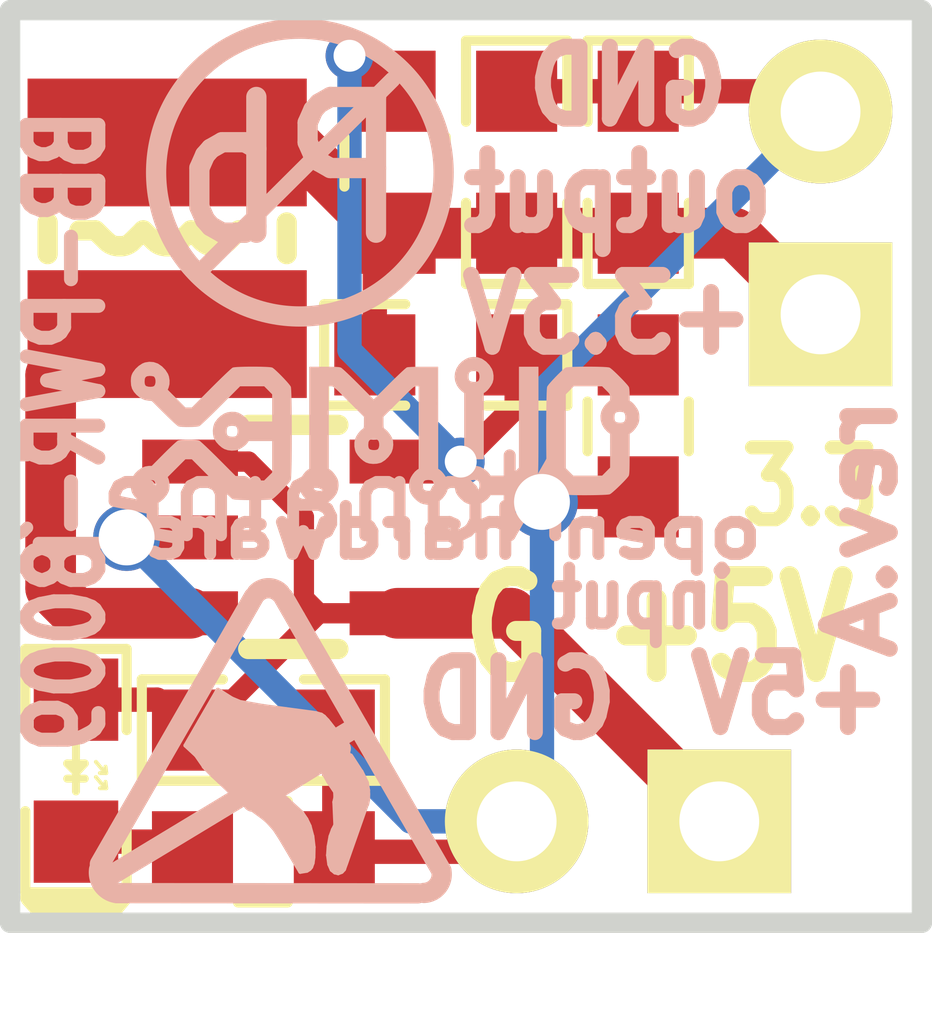
<source format=kicad_pcb>
(kicad_pcb (version 20171130) (host pcbnew "(5.1.12)-1")

  (general
    (thickness 1.6)
    (drawings 15)
    (tracks 59)
    (zones 0)
    (modules 17)
    (nets 7)
  )

  (page A4)
  (layers
    (0 F.Cu signal)
    (31 B.Cu signal)
    (32 B.Adhes user)
    (33 F.Adhes user)
    (34 B.Paste user)
    (35 F.Paste user)
    (36 B.SilkS user hide)
    (37 F.SilkS user)
    (38 B.Mask user)
    (39 F.Mask user)
    (40 Dwgs.User user)
    (41 Cmts.User user)
    (42 Eco1.User user)
    (43 Eco2.User user)
    (44 Edge.Cuts user)
    (45 Margin user)
    (46 B.CrtYd user)
    (47 F.CrtYd user)
    (48 B.Fab user)
    (49 F.Fab user)
  )

  (setup
    (last_trace_width 0.3048)
    (trace_clearance 0.2)
    (zone_clearance 0.508)
    (zone_45_only no)
    (trace_min 0.2)
    (via_size 0.6)
    (via_drill 0.4)
    (via_min_size 0.4)
    (via_min_drill 0.3)
    (uvia_size 0.3)
    (uvia_drill 0.1)
    (uvias_allowed no)
    (uvia_min_size 0)
    (uvia_min_drill 0)
    (edge_width 0.254)
    (segment_width 0.2)
    (pcb_text_width 0.3)
    (pcb_text_size 1.5 1.5)
    (mod_edge_width 0.15)
    (mod_text_size 1 1)
    (mod_text_width 0.15)
    (pad_size 0.9 0.9)
    (pad_drill 0.7)
    (pad_to_mask_clearance 0.1)
    (solder_mask_min_width 0.1)
    (aux_axis_origin 0 0)
    (visible_elements 7FFFFFFF)
    (pcbplotparams
      (layerselection 0x00000_80000001)
      (usegerberextensions false)
      (usegerberattributes true)
      (usegerberadvancedattributes true)
      (creategerberjobfile true)
      (excludeedgelayer true)
      (linewidth 0.100000)
      (plotframeref false)
      (viasonmask false)
      (mode 1)
      (useauxorigin false)
      (hpglpennumber 1)
      (hpglpenspeed 20)
      (hpglpendiameter 15.000000)
      (psnegative false)
      (psa4output false)
      (plotreference false)
      (plotvalue false)
      (plotinvisibletext false)
      (padsonsilk false)
      (subtractmaskfromsilk false)
      (outputformat 1)
      (mirror false)
      (drillshape 0)
      (scaleselection 1)
      (outputdirectory ""))
  )

  (net 0 "")
  (net 1 "Net-(C1-Pad1)")
  (net 2 GND)
  (net 3 "Net-(C2-Pad1)")
  (net 4 "Net-(C2-Pad2)")
  (net 5 "Net-(L1-Pad1)")
  (net 6 "Net-(D1-Pad1)")

  (net_class Default "This is the default net class."
    (clearance 0.2)
    (trace_width 0.3048)
    (via_dia 0.6)
    (via_drill 0.4)
    (uvia_dia 0.3)
    (uvia_drill 0.1)
    (add_net GND)
    (add_net "Net-(C1-Pad1)")
    (add_net "Net-(C2-Pad1)")
    (add_net "Net-(C2-Pad2)")
    (add_net "Net-(D1-Pad1)")
    (add_net "Net-(L1-Pad1)")
  )

  (module OLIMEX_Jumpers-FP:HN1x2_Jumper (layer F.Cu) (tedit 55714090) (tstamp 55701DF4)
    (at 25.4 21.59 90)
    (descr SIP4)
    (tags SIP4)
    (path /5570147E)
    (fp_text reference P2 (at -0.127 2.794 90) (layer F.SilkS) hide
      (effects (font (size 1 1) (thickness 0.25)))
    )
    (fp_text value HN1x2 (at 0.4064 2.7686 90) (layer F.Fab) hide
      (effects (font (size 1.1 1.1) (thickness 0.254)))
    )
    (pad 1 thru_hole rect (at -1.27 0 180) (size 1.8 1.8) (drill 1) (layers *.Cu *.Mask F.SilkS)
      (net 3 "Net-(C2-Pad1)") (solder_mask_margin 0.0508) (solder_paste_margin -0.0508))
    (pad 2 thru_hole circle (at 1.27 0 180) (size 1.8 1.8) (drill 1) (layers *.Cu *.Mask F.SilkS)
      (net 2 GND) (solder_mask_margin 0.0508) (solder_paste_margin -0.0508))
    (model Housings_SIP/SIP9_Housing.wrl
      (at (xyz 0 0 0))
      (scale (xyz 0.3937 0.3937 0.3937))
      (rotate (xyz 0 0 0))
    )
  )

  (module OLIMEX_Jumpers-FP:HN1x2_Jumper (layer F.Cu) (tedit 55714083) (tstamp 55701DEE)
    (at 22.86 29.21 180)
    (descr SIP4)
    (tags SIP4)
    (path /55700F41)
    (fp_text reference P1 (at 0 -2.54 180) (layer F.SilkS) hide
      (effects (font (size 1 1) (thickness 0.25)))
    )
    (fp_text value HN1x2 (at 0.4064 2.7686 180) (layer F.Fab) hide
      (effects (font (size 1.1 1.1) (thickness 0.254)))
    )
    (pad 1 thru_hole rect (at -1.27 0 270) (size 1.8 1.8) (drill 1) (layers *.Cu *.Mask F.SilkS)
      (net 1 "Net-(C1-Pad1)") (solder_mask_margin 0.0508) (solder_paste_margin -0.0508))
    (pad 2 thru_hole circle (at 1.27 0 270) (size 1.8 1.8) (drill 1) (layers *.Cu *.Mask F.SilkS)
      (net 2 GND) (solder_mask_margin 0.0508) (solder_paste_margin -0.0508))
    (model Housings_SIP/SIP9_Housing.wrl
      (at (xyz 0 0 0))
      (scale (xyz 0.3937 0.3937 0.3937))
      (rotate (xyz 0 0 0))
    )
  )

  (module OLIMEX_LEDs-FP:LED_0603_KA (layer F.Cu) (tedit 55702A34) (tstamp 557081AD)
    (at 16.0655 28.575 270)
    (descr CCCCC)
    (tags "resistor 0603")
    (path /557024F3)
    (attr smd)
    (fp_text reference D1 (at 0 1.905 270) (layer F.SilkS) hide
      (effects (font (size 1.1 1.1) (thickness 0.254)))
    )
    (fp_text value LED_RED_0603 (at 0 3.048 270) (layer F.Fab) hide
      (effects (font (size 1 1) (thickness 0.15)))
    )
    (fp_line (start 1.6129 -0.4445) (end 1.6129 0.3556) (layer F.SilkS) (width 0.254))
    (fp_line (start 1.7399 -0.4191) (end 1.7399 0.4064) (layer F.SilkS) (width 0.254))
    (fp_line (start 1.5875 0.5715) (end 1.7272 0.4445) (layer F.SilkS) (width 0.254))
    (fp_line (start 1.5875 -0.5715) (end 1.7399 -0.4445) (layer F.SilkS) (width 0.254))
    (fp_line (start 0.08 -0.25) (end 0.21 -0.36) (layer F.SilkS) (width 0.05))
    (fp_line (start 0.22 -0.38) (end 0.14 -0.37) (layer F.SilkS) (width 0.05))
    (fp_line (start 0.22 -0.38) (end 0.22 -0.3) (layer F.SilkS) (width 0.05))
    (fp_line (start 0.03 -0.38) (end 0.03 -0.3) (layer F.SilkS) (width 0.05))
    (fp_line (start 0.03 -0.38) (end -0.05 -0.37) (layer F.SilkS) (width 0.05))
    (fp_line (start -0.11 -0.25) (end 0.02 -0.36) (layer F.SilkS) (width 0.05))
    (fp_line (start 0.1 -0.11) (end 0.1 0.11) (layer F.SilkS) (width 0.1))
    (fp_line (start -0.09 0.11) (end 0.01 0.01) (layer F.SilkS) (width 0.1))
    (fp_line (start -0.09 -0.11) (end 0.02 -0.01) (layer F.SilkS) (width 0.1))
    (fp_line (start -0.09 -0.11) (end -0.09 0.11) (layer F.SilkS) (width 0.1))
    (fp_line (start -0.32 0) (end 0.26 0) (layer F.SilkS) (width 0.1))
    (fp_line (start 0.508 -0.635) (end 1.524 -0.635) (layer F.SilkS) (width 0.127))
    (fp_line (start 1.524 -0.635) (end 1.524 0.635) (layer F.SilkS) (width 0.127))
    (fp_line (start 1.524 0.635) (end 0.508 0.635) (layer F.SilkS) (width 0.127))
    (fp_line (start -1.524 -0.635) (end -1.524 0.635) (layer F.SilkS) (width 0.127))
    (fp_line (start -1.524 0.635) (end -0.508 0.635) (layer F.SilkS) (width 0.127))
    (fp_line (start -1.524 -0.635) (end -0.508 -0.635) (layer F.SilkS) (width 0.127))
    (pad 2 smd rect (at -0.889 0 270) (size 1.03 1.06) (layers F.Cu F.Paste F.Mask)
      (net 1 "Net-(C1-Pad1)"))
    (pad 1 smd rect (at 0.889 0 270) (size 1.03 1.06) (layers F.Cu F.Paste F.Mask)
      (net 6 "Net-(D1-Pad1)"))
    (model Resistors_SMD/R_0603.wrl
      (at (xyz 0 0 0))
      (scale (xyz 1 1 1))
      (rotate (xyz 0 0 0))
    )
  )

  (module kicad_wrk:C_0603 (layer F.Cu) (tedit 559A1B55) (tstamp 55701DD0)
    (at 18.415 28.067)
    (descr "Resistor SMD 0603, reflow soldering, Vishay (see dcrcw.pdf)")
    (tags "resistor 0603")
    (path /55700F73)
    (attr smd)
    (fp_text reference C1 (at -0.1778 0) (layer F.SilkS) hide
      (effects (font (size 1 1) (thickness 0.15)))
    )
    (fp_text value 22uF/6.3V (at -0.127 3.175) (layer F.SilkS) hide
      (effects (font (size 1 1) (thickness 0.15)))
    )
    (fp_line (start 0.508 -0.635) (end 1.524 -0.635) (layer F.SilkS) (width 0.127))
    (fp_line (start 1.524 -0.635) (end 1.524 0.635) (layer F.SilkS) (width 0.127))
    (fp_line (start 1.524 0.635) (end 0.508 0.635) (layer F.SilkS) (width 0.127))
    (fp_line (start -1.524 -0.635) (end -1.524 0.635) (layer F.SilkS) (width 0.127))
    (fp_line (start -1.524 0.635) (end -0.508 0.635) (layer F.SilkS) (width 0.127))
    (fp_line (start -1.524 -0.635) (end -0.508 -0.635) (layer F.SilkS) (width 0.127))
    (pad 1 smd rect (at -0.889 0) (size 1.016 1.016) (layers F.Cu F.Paste F.Mask)
      (net 1 "Net-(C1-Pad1)"))
    (pad 2 smd rect (at 0.889 0) (size 1.016 1.016) (layers F.Cu F.Paste F.Mask)
      (net 2 GND))
    (model Resistors_SMD/R_0603.wrl
      (at (xyz 0 0 0))
      (scale (xyz 1 1 1))
      (rotate (xyz 0 0 0))
    )
  )

  (module kicad_wrk:C_0603 (layer F.Cu) (tedit 559A1B85) (tstamp 55701DD6)
    (at 20.701 23.368)
    (descr "Resistor SMD 0603, reflow soldering, Vishay (see dcrcw.pdf)")
    (tags "resistor 0603")
    (path /5570121E)
    (attr smd)
    (fp_text reference C2 (at -0.1778 0.0508) (layer F.SilkS) hide
      (effects (font (size 1 1) (thickness 0.15)))
    )
    (fp_text value 22pF (at 4.445 -5.715) (layer F.SilkS) hide
      (effects (font (size 1 1) (thickness 0.15)))
    )
    (fp_line (start 0.508 -0.635) (end 1.524 -0.635) (layer F.SilkS) (width 0.127))
    (fp_line (start 1.524 -0.635) (end 1.524 0.635) (layer F.SilkS) (width 0.127))
    (fp_line (start 1.524 0.635) (end 0.508 0.635) (layer F.SilkS) (width 0.127))
    (fp_line (start -1.524 -0.635) (end -1.524 0.635) (layer F.SilkS) (width 0.127))
    (fp_line (start -1.524 0.635) (end -0.508 0.635) (layer F.SilkS) (width 0.127))
    (fp_line (start -1.524 -0.635) (end -0.508 -0.635) (layer F.SilkS) (width 0.127))
    (pad 1 smd rect (at -0.889 0) (size 1.016 1.016) (layers F.Cu F.Paste F.Mask)
      (net 3 "Net-(C2-Pad1)"))
    (pad 2 smd rect (at 0.889 0) (size 1.016 1.016) (layers F.Cu F.Paste F.Mask)
      (net 4 "Net-(C2-Pad2)"))
    (model Resistors_SMD/R_0603.wrl
      (at (xyz 0 0 0))
      (scale (xyz 1 1 1))
      (rotate (xyz 0 0 0))
    )
  )

  (module kicad_wrk:C_0603 (layer F.Cu) (tedit 559A1B82) (tstamp 55701DDC)
    (at 23.114 20.955 90)
    (descr "Resistor SMD 0603, reflow soldering, Vishay (see dcrcw.pdf)")
    (tags "resistor 0603")
    (path /557012A8)
    (attr smd)
    (fp_text reference C3 (at 2.9972 0.1016 90) (layer F.SilkS) hide
      (effects (font (size 1 1) (thickness 0.15)))
    )
    (fp_text value 22uF/6.3V (at -0.254 13.081 90) (layer F.SilkS) hide
      (effects (font (size 1 1) (thickness 0.15)))
    )
    (fp_line (start 0.508 -0.635) (end 1.524 -0.635) (layer F.SilkS) (width 0.127))
    (fp_line (start 1.524 -0.635) (end 1.524 0.635) (layer F.SilkS) (width 0.127))
    (fp_line (start 1.524 0.635) (end 0.508 0.635) (layer F.SilkS) (width 0.127))
    (fp_line (start -1.524 -0.635) (end -1.524 0.635) (layer F.SilkS) (width 0.127))
    (fp_line (start -1.524 0.635) (end -0.508 0.635) (layer F.SilkS) (width 0.127))
    (fp_line (start -1.524 -0.635) (end -0.508 -0.635) (layer F.SilkS) (width 0.127))
    (pad 1 smd rect (at -0.889 0 90) (size 1.016 1.016) (layers F.Cu F.Paste F.Mask)
      (net 3 "Net-(C2-Pad1)"))
    (pad 2 smd rect (at 0.889 0 90) (size 1.016 1.016) (layers F.Cu F.Paste F.Mask)
      (net 2 GND))
    (model Resistors_SMD/R_0603.wrl
      (at (xyz 0 0 0))
      (scale (xyz 1 1 1))
      (rotate (xyz 0 0 0))
    )
  )

  (module kicad_wrk:C_0603 (layer F.Cu) (tedit 559A1B80) (tstamp 55701DE2)
    (at 21.59 20.955 90)
    (descr "Resistor SMD 0603, reflow soldering, Vishay (see dcrcw.pdf)")
    (tags "resistor 0603")
    (path /557012DF)
    (attr smd)
    (fp_text reference C4 (at 3.7846 0.0508 90) (layer F.SilkS) hide
      (effects (font (size 1 1) (thickness 0.15)))
    )
    (fp_text value 22uF/6.3V (at -0.889 12.954 90) (layer F.SilkS) hide
      (effects (font (size 1 1) (thickness 0.15)))
    )
    (fp_line (start 0.508 -0.635) (end 1.524 -0.635) (layer F.SilkS) (width 0.127))
    (fp_line (start 1.524 -0.635) (end 1.524 0.635) (layer F.SilkS) (width 0.127))
    (fp_line (start 1.524 0.635) (end 0.508 0.635) (layer F.SilkS) (width 0.127))
    (fp_line (start -1.524 -0.635) (end -1.524 0.635) (layer F.SilkS) (width 0.127))
    (fp_line (start -1.524 0.635) (end -0.508 0.635) (layer F.SilkS) (width 0.127))
    (fp_line (start -1.524 -0.635) (end -0.508 -0.635) (layer F.SilkS) (width 0.127))
    (pad 1 smd rect (at -0.889 0 90) (size 1.016 1.016) (layers F.Cu F.Paste F.Mask)
      (net 3 "Net-(C2-Pad1)"))
    (pad 2 smd rect (at 0.889 0 90) (size 1.016 1.016) (layers F.Cu F.Paste F.Mask)
      (net 2 GND))
    (model Resistors_SMD/R_0603.wrl
      (at (xyz 0 0 0))
      (scale (xyz 1 1 1))
      (rotate (xyz 0 0 0))
    )
  )

  (module OLIMEX_RLC-FP:CD32 (layer F.Cu) (tedit 55702A3E) (tstamp 55701DE8)
    (at 17.2085 21.9075 90)
    (descr "ROTATED COUNTERCLOCKWISE 90")
    (tags "ROTATED COUNTERCLOCKWISE 90")
    (path /557011F1)
    (attr smd)
    (fp_text reference L1 (at -4.953 -0.127 180) (layer F.SilkS) hide
      (effects (font (size 1 1) (thickness 0.25)))
    )
    (fp_text value 2.2uH/1.5A/JCR<0.1R/CD32 (at -7.747 0.127 180) (layer F.Fab) hide
      (effects (font (size 0.5 0.5) (thickness 0.125)))
    )
    (fp_line (start 0.19812 1.4986) (end -0.19812 1.4986) (layer F.SilkS) (width 0.254))
    (fp_line (start 0.19812 -1.4986) (end -0.19812 -1.4986) (layer F.SilkS) (width 0.254))
    (fp_line (start 0.09906 1.09982) (end 0.09906 0.89916) (layer F.SilkS) (width 0.254))
    (fp_line (start 0.09906 0.89916) (end -0.04064 0.75692) (layer F.SilkS) (width 0.254))
    (fp_line (start -0.09906 0.61468) (end -0.09906 0.58166) (layer F.SilkS) (width 0.254))
    (fp_line (start -0.04064 0.43942) (end 0.09906 0.29972) (layer F.SilkS) (width 0.254))
    (fp_line (start 0.09906 0.29972) (end -0.04064 0.15748) (layer F.SilkS) (width 0.254))
    (fp_line (start -0.09906 0.01524) (end -0.09906 -0.01524) (layer F.SilkS) (width 0.254))
    (fp_line (start -0.04064 -0.15748) (end 0.09906 -0.29972) (layer F.SilkS) (width 0.254))
    (fp_line (start 0.09906 -0.29972) (end -0.04064 -0.43942) (layer F.SilkS) (width 0.254))
    (fp_line (start -0.09906 -0.58166) (end -0.09906 -0.61468) (layer F.SilkS) (width 0.254))
    (fp_line (start -0.04064 -0.75692) (end 0.09906 -0.89916) (layer F.SilkS) (width 0.254))
    (fp_line (start 0.09906 -0.89916) (end 0.09906 -1.09982) (layer F.SilkS) (width 0.254))
    (fp_arc (start 0.09906 0.61468) (end -0.04064 0.75692) (angle 44.9) (layer F.SilkS) (width 0.254))
    (fp_arc (start 0.09906 0.58166) (end -0.09906 0.58166) (angle 44.9) (layer F.SilkS) (width 0.254))
    (fp_arc (start 0.09906 0.01524) (end -0.04064 0.15748) (angle 44.9) (layer F.SilkS) (width 0.254))
    (fp_arc (start 0.09906 -0.01524) (end -0.09906 -0.01524) (angle 44.9) (layer F.SilkS) (width 0.254))
    (fp_arc (start 0.09906 -0.58166) (end -0.04064 -0.43942) (angle 44.9) (layer F.SilkS) (width 0.254))
    (fp_arc (start 0.09906 -0.61468) (end -0.09906 -0.61468) (angle 44.9) (layer F.SilkS) (width 0.254))
    (pad 1 smd rect (at -1.2 0 180) (size 3.5 1.6) (layers F.Cu F.Paste F.Mask)
      (net 5 "Net-(L1-Pad1)") (solder_mask_margin 0.0508) (solder_paste_margin -0.0508) (clearance 0.0508))
    (pad 2 smd rect (at 1.2 0 180) (size 3.5 1.6) (layers F.Cu F.Paste F.Mask)
      (net 3 "Net-(C2-Pad1)") (solder_mask_margin 0.0508) (solder_paste_margin -0.0508) (clearance 0.0508))
  )

  (module OLIMEX_RLC-FP:R_0603_DWS (layer F.Cu) (tedit 559A1B7F) (tstamp 55701DFA)
    (at 20.066 20.955 90)
    (descr "Resistor SMD 0603, reflow soldering, Vishay (see dcrcw.pdf)")
    (tags "resistor 0603")
    (path /5570124B)
    (attr smd)
    (fp_text reference R1 (at 3.7846 -0.0254 90) (layer F.SilkS) hide
      (effects (font (size 1.1 1.1) (thickness 0.254)))
    )
    (fp_text value "4.99K 1%" (at 0 12.573 90) (layer F.Fab) hide
      (effects (font (size 1 1) (thickness 0.15)))
    )
    (fp_line (start -0.3048 0.635) (end 0.3175 0.635) (layer F.SilkS) (width 0.127))
    (fp_line (start -0.3048 -0.635) (end 0.3175 -0.635) (layer F.SilkS) (width 0.127))
    (fp_line (start 0.508 -0.635) (end 1.524 -0.635) (layer Dwgs.User) (width 0.127))
    (fp_line (start 1.524 -0.635) (end 1.524 0.635) (layer Dwgs.User) (width 0.127))
    (fp_line (start 1.524 0.635) (end 0.508 0.635) (layer Dwgs.User) (width 0.127))
    (fp_line (start -1.524 -0.635) (end -1.524 0.635) (layer Dwgs.User) (width 0.127))
    (fp_line (start -1.524 0.635) (end -0.508 0.635) (layer Dwgs.User) (width 0.127))
    (fp_line (start -1.524 -0.635) (end -0.508 -0.635) (layer Dwgs.User) (width 0.127))
    (pad 1 smd rect (at -0.889 0 90) (size 1.016 1.016) (layers F.Cu F.Paste F.Mask)
      (net 3 "Net-(C2-Pad1)") (solder_mask_margin 0.0508) (solder_paste_margin -0.0508) (clearance 0.0508))
    (pad 2 smd rect (at 0.889 0 90) (size 1.016 1.016) (layers F.Cu F.Paste F.Mask)
      (net 4 "Net-(C2-Pad2)") (solder_mask_margin 0.0508) (solder_paste_margin -0.0508) (clearance 0.0508))
    (model Resistors_SMD/R_0603.wrl
      (at (xyz 0 0 0))
      (scale (xyz 1 1 1))
      (rotate (xyz 0 0 0))
    )
  )

  (module OLIMEX_RLC-FP:R_0603_DWS (layer F.Cu) (tedit 559A1B9A) (tstamp 55701)
    (at 23.114 24.257 270)
    (descr "Resistor SMD 0603, reflow soldering, Vishay (see dcrcw.pdf)")
    (tags "resistor 0603")
    (path /5570126C)
    (attr smd)
    (fp_text reference R2 (at 0.0254 0.0508 270) (layer F.SilkS) hide
      (effects (font (size 1.1 1.1) (thickness 0.254)))
    )
    (fp_text value "1.1K 1%" (at 0.635 -7.493 270) (layer F.Fab) hide
      (effects (font (size 1 1) (thickness 0.15)))
    )
    (fp_line (start -0.3048 0.635) (end 0.3175 0.635) (layer F.SilkS) (width 0.127))
    (fp_line (start -0.3048 -0.635) (end 0.3175 -0.635) (layer F.SilkS) (width 0.127))
    (fp_line (start 0.508 -0.635) (end 1.524 -0.635) (layer Dwgs.User) (width 0.127))
    (fp_line (start 1.524 -0.635) (end 1.524 0.635) (layer Dwgs.User) (width 0.127))
    (fp_line (start 1.524 0.635) (end 0.508 0.635) (layer Dwgs.User) (width 0.127))
    (fp_line (start -1.524 -0.635) (end -1.524 0.635) (layer Dwgs.User) (width 0.127))
    (fp_line (start -1.524 0.635) (end -0.508 0.635) (layer Dwgs.User) (width 0.127))
    (fp_line (start -1.524 -0.635) (end -0.508 -0.635) (layer Dwgs.User) (width 0.127))
    (pad 1 smd rect (at -0.889 0 270) (size 1.016 1.016) (layers F.Cu F.Paste F.Mask)
      (net 4 "Net-(C2-Pad2)") (solder_mask_margin 0.0508) (solder_paste_margin -0.0508) (clearance 0.0508))
    (pad 2 smd rect (at 0.889 0 270) (size 1.016 1.016) (layers F.Cu F.Paste F.Mask)
      (net 2 GND) (solder_mask_margin 0.0508) (solder_paste_margin -0.0508) (clearance 0.0508))
    (model Resistors_SMD/R_0603.wrl
      (at (xyz 0 0 0))
      (scale (xyz 1 1 1))
      (rotate (xyz 0 0 0))
    )
  )

  (module OLIMEX_IC-FP:SOT-23-5 (layer F.Cu) (tedit 55702A2A) (tstamp 7FFFFFFF)
    (at 18.796 25.654 180)
    (path /5570110E)
    (fp_text reference U1 (at -1.143 3.175 180) (layer F.SilkS) hide
      (effects (font (size 1.1 1.1) (thickness 0.254)))
    )
    (fp_text value "SY8009AAAC(SOT23-5)" (at 6.477 3.683 180) (layer F.Fab) hide
      (effects (font (size 1.1 1.1) (thickness 0.254)))
    )
    (fp_line (start -0.5588 1.4097) (end 0.5715 1.4097) (layer F.SilkS) (width 0.254))
    (fp_line (start -0.5588 -1.397) (end 0.5715 -1.397) (layer F.SilkS) (width 0.254))
    (fp_line (start -0.80264 -1.40208) (end -0.79502 1.40208) (layer Dwgs.User) (width 0.15))
    (fp_line (start 0.80518 1.40208) (end 0.79756 -1.4097) (layer Dwgs.User) (width 0.15))
    (pad 4 smd rect (at -1.3 -0.95 180) (size 1.2 0.55) (layers F.Cu F.Paste F.Mask)
      (net 1 "Net-(C1-Pad1)") (solder_mask_margin 0.0508) (solder_paste_margin -0.0508) (clearance 0.0508))
    (pad 5 smd rect (at -1.3 0.95 180) (size 1.2 0.55) (layers F.Cu F.Paste F.Mask)
      (net 4 "Net-(C2-Pad2)") (solder_mask_margin 0.0508) (solder_paste_margin -0.0508) (clearance 0.0508))
    (pad 3 smd rect (at 1.3 -0.95 180) (size 1.2 0.55) (layers F.Cu F.Paste F.Mask)
      (net 5 "Net-(L1-Pad1)") (solder_mask_margin 0.0508) (solder_paste_margin -0.0508) (clearance 0.0508))
    (pad 2 smd rect (at 1.3 0 180) (size 1.2 0.55) (layers F.Cu F.Paste F.Mask)
      (net 2 GND) (solder_mask_margin 0.0508) (solder_paste_margin -0.0508) (clearance 0.0508))
    (pad 1 smd rect (at 1.3 0.95 180) (size 1.2 0.55) (layers F.Cu F.Paste F.Mask)
      (net 1 "Net-(C1-Pad1)") (solder_mask_margin 0.0508) (solder_paste_margin -0.0508) (clearance 0.0508))
  )

  (module OLIMEX_RLC-FP:R_0603_DWS (layer F.Cu) (tedit 559A1B53) (tstamp 557081BB)
    (at 18.415 29.591 180)
    (descr "Resistor SMD 0603, reflow soldering, Vishay (see dcrcw.pdf)")
    (tags "resistor 0603")
    (path /5570251F)
    (attr smd)
    (fp_text reference R3 (at 0.2286 -0.1016 180) (layer F.SilkS) hide
      (effects (font (size 1.1 1.1) (thickness 0.254)))
    )
    (fp_text value 2.2K (at -0.127 -3.937 180) (layer F.Fab) hide
      (effects (font (size 1 1) (thickness 0.15)))
    )
    (fp_line (start -0.3048 0.635) (end 0.3175 0.635) (layer F.SilkS) (width 0.127))
    (fp_line (start -0.3048 -0.635) (end 0.3175 -0.635) (layer F.SilkS) (width 0.127))
    (fp_line (start 0.508 -0.635) (end 1.524 -0.635) (layer Dwgs.User) (width 0.127))
    (fp_line (start 1.524 -0.635) (end 1.524 0.635) (layer Dwgs.User) (width 0.127))
    (fp_line (start 1.524 0.635) (end 0.508 0.635) (layer Dwgs.User) (width 0.127))
    (fp_line (start -1.524 -0.635) (end -1.524 0.635) (layer Dwgs.User) (width 0.127))
    (fp_line (start -1.524 0.635) (end -0.508 0.635) (layer Dwgs.User) (width 0.127))
    (fp_line (start -1.524 -0.635) (end -0.508 -0.635) (layer Dwgs.User) (width 0.127))
    (pad 1 smd rect (at -0.889 0 180) (size 1.016 1.016) (layers F.Cu F.Paste F.Mask)
      (net 2 GND) (solder_mask_margin 0.0508) (solder_paste_margin -0.0508) (clearance 0.0508))
    (pad 2 smd rect (at 0.889 0 180) (size 1.016 1.016) (layers F.Cu F.Paste F.Mask)
      (net 6 "Net-(D1-Pad1)") (solder_mask_margin 0.0508) (solder_paste_margin -0.0508) (clearance 0.0508))
    (model Resistors_SMD/R_0603.wrl
      (at (xyz 0 0 0))
      (scale (xyz 1 1 1))
      (rotate (xyz 0 0 0))
    )
  )

  (module OLIMEX_Other-FP:via_09_07 (layer F.Cu) (tedit 55702E9C) (tstamp 5570B846)
    (at 16.7005 25.654)
    (fp_text reference Ref**_2 (at 0 0.5) (layer F.SilkS) hide
      (effects (font (size 1 1) (thickness 0.15)))
    )
    (fp_text value Val** (at 0 -0.7874) (layer F.Fab) hide
      (effects (font (size 1 1) (thickness 0.15)))
    )
    (pad 0 thru_hole circle (at 0 0) (size 0.8382 0.8382) (drill 0.7) (layers *.Cu)
      (net 2 GND) (zone_connect 2))
  )

  (module OLIMEX_Other-FP:via_09_07 (layer F.Cu) (tedit 55703052) (tstamp 5570B89F)
    (at 21.9075 25.273)
    (fp_text reference Ref** (at 0 0.5) (layer F.SilkS) hide
      (effects (font (size 1 1) (thickness 0.15)))
    )
    (fp_text value Val** (at 0 -0.7874) (layer F.Fab) hide
      (effects (font (size 1 1) (thickness 0.15)))
    )
    (pad 0 thru_hole circle (at 0 -0.0635) (size 0.9 0.9) (drill 0.7) (layers *.Cu)
      (net 2 GND) (zone_connect 2))
  )

  (module OLIMEX_LOGOs-FP:LOGO_ANTISTATIC_SMALL_4.5mmX2.8mm (layer B.Cu) (tedit 553A307F) (tstamp 5570B932)
    (at 18.4785 28.194 180)
    (fp_text reference Noname_3 (at 0 3.0226 180) (layer B.SilkS)
      (effects (font (size 1 1) (thickness 0.15)) (justify mirror))
    )
    (fp_text value "" (at -0.02286 -3.302 180) (layer B.Fab)
      (effects (font (size 1 1) (thickness 0.15)) (justify mirror))
    )
    (fp_line (start -0.90678 -0.10414) (end 0.19812 -0.76962) (layer B.SilkS) (width 0.254))
    (fp_line (start -1.12014 0.1778) (end 2.09296 -1.76276) (layer B.SilkS) (width 0.254))
    (fp_line (start -0.4445 -1.52146) (end -0.24638 -1.1303) (layer B.SilkS) (width 0.254))
    (fp_line (start -0.24638 -1.1303) (end 0.06096 -0.80518) (layer B.SilkS) (width 0.254))
    (fp_line (start 0.00508 -0.70358) (end -0.35052 -1.0287) (layer B.SilkS) (width 0.254))
    (fp_line (start -0.35052 -1.0287) (end -0.42418 -1.27254) (layer B.SilkS) (width 0.254))
    (fp_line (start -0.42418 -1.27254) (end -0.4445 -1.52146) (layer B.SilkS) (width 0.254))
    (fp_line (start -0.97028 -1.04394) (end -0.87884 -1.36906) (layer B.SilkS) (width 0.254))
    (fp_line (start -0.9525 -0.635) (end -0.97028 -1.03632) (layer B.SilkS) (width 0.254))
    (fp_line (start -1.14808 -0.67818) (end -0.8763 -1.5113) (layer B.SilkS) (width 0.254))
    (fp_line (start -0.76454 -0.27432) (end -1.05156 -0.71374) (layer B.SilkS) (width 0.254))
    (fp_line (start -0.91948 -0.22352) (end -1.12014 -0.59944) (layer B.SilkS) (width 0.254))
    (fp_line (start 0.77216 -0.1397) (end 0.59436 -0.36068) (layer B.SilkS) (width 0.254))
    (fp_line (start 0.5969 0.4826) (end 0.77724 0.18542) (layer B.SilkS) (width 0.254))
    (fp_line (start -0.58928 0.22098) (end 0.38862 0.36576) (layer B.SilkS) (width 0.254))
    (fp_line (start 0.51308 0.4318) (end 0.73914 0.2413) (layer B.SilkS) (width 0.254))
    (fp_line (start 0.35814 0.36576) (end 0.89408 -0.02032) (layer B.SilkS) (width 0.254))
    (fp_line (start 0.09398 0.32258) (end 0.79248 -0.13716) (layer B.SilkS) (width 0.254))
    (fp_line (start -0.20828 0.28702) (end 0.68072 -0.28702) (layer B.SilkS) (width 0.254))
    (fp_line (start -0.48006 0.21844) (end 0.54356 -0.4191) (layer B.SilkS) (width 0.254))
    (fp_line (start -0.6858 0.1524) (end 0.4572 -0.51308) (layer B.SilkS) (width 0.254))
    (fp_line (start 0.8128 -0.3302) (end 0.6985 -0.4445) (layer B.SilkS) (width 0.05))
    (fp_line (start 0.70104 -0.44196) (end 0.49022 -0.64008) (layer B.SilkS) (width 0.05))
    (fp_line (start 0.90678 -0.1905) (end 0.80772 -0.33274) (layer B.SilkS) (width 0.05))
    (fp_line (start 1.0414 -0.06604) (end 0.90932 -0.18796) (layer B.SilkS) (width 0.05))
    (fp_line (start 0.63754 0.63246) (end 1.0414 -0.06604) (layer B.SilkS) (width 0.05))
    (fp_line (start 0.45974 0.52324) (end 0.63246 0.63246) (layer B.SilkS) (width 0.05))
    (fp_line (start 0.34544 0.47498) (end 0.45974 0.52324) (layer B.SilkS) (width 0.05))
    (fp_line (start 0.07112 0.42926) (end 0.3429 0.47752) (layer B.SilkS) (width 0.05))
    (fp_line (start -0.59182 0.34036) (end 0.07112 0.42926) (layer B.SilkS) (width 0.05))
    (fp_line (start -0.66294 0.32004) (end -0.59182 0.34036) (layer B.SilkS) (width 0.05))
    (fp_line (start -0.69596 0.29718) (end -0.66294 0.32004) (layer B.SilkS) (width 0.05))
    (fp_line (start -0.74168 0.24892) (end -0.6985 0.29464) (layer B.SilkS) (width 0.05))
    (fp_line (start -0.83566 0.12954) (end -0.74168 0.24892) (layer B.SilkS) (width 0.05))
    (fp_line (start -1.16586 -0.3937) (end -1.03378 -0.1905) (layer B.SilkS) (width 0.05))
    (fp_line (start -1.23444 -0.53) (end -1.16586 -0.39) (layer B.SilkS) (width 0.05))
    (fp_line (start -1.24968 -0.62484) (end -1.23444 -0.5334) (layer B.SilkS) (width 0.05))
    (fp_line (start -1.24968 -0.74168) (end -1.24968 -0.62738) (layer B.SilkS) (width 0.05))
    (fp_line (start -1.23698 -0.80518) (end -1.24968 -0.74422) (layer B.SilkS) (width 0.05))
    (fp_line (start -0.94742 -1.61798) (end -1.23444 -0.80264) (layer B.SilkS) (width 0.05))
    (fp_line (start -0.91948 -1.64846) (end -0.94742 -1.61798) (layer B.SilkS) (width 0.05))
    (fp_line (start -0.87376 -1.66624) (end -0.9144 -1.651) (layer B.SilkS) (width 0.05))
    (fp_line (start -0.83312 -1.65608) (end -0.87376 -1.66624) (layer B.SilkS) (width 0.05))
    (fp_line (start -0.79248 -1.62306) (end -0.83312 -1.65608) (layer B.SilkS) (width 0.05))
    (fp_line (start -0.762 -1.55448) (end -0.79248 -1.62306) (layer B.SilkS) (width 0.05))
    (fp_line (start -0.74676 -1.44018) (end -0.762 -1.55448) (layer B.SilkS) (width 0.05))
    (fp_line (start -0.75438 -1.32842) (end -0.74676 -1.44018) (layer B.SilkS) (width 0.05))
    (fp_line (start -0.77724 -1.20396) (end -0.75438 -1.32842) (layer B.SilkS) (width 0.05))
    (fp_line (start -0.80772 -1.12014) (end -0.77724 -1.20396) (layer B.SilkS) (width 0.05))
    (fp_line (start -0.8382 -1.06172) (end -0.80772 -1.12014) (layer B.SilkS) (width 0.05))
    (fp_line (start -0.8255 -0.7747) (end -0.8382 -1.06172) (layer B.SilkS) (width 0.05))
    (fp_line (start -0.84074 -0.70612) (end -0.8255 -0.7747) (layer B.SilkS) (width 0.05))
    (fp_line (start -0.83566 -0.6477) (end -0.8382 -0.70612) (layer B.SilkS) (width 0.05))
    (fp_line (start -0.75184 -0.52324) (end -0.83566 -0.6477) (layer B.SilkS) (width 0.05))
    (fp_line (start -0.6731 -0.38354) (end -0.75184 -0.52324) (layer B.SilkS) (width 0.05))
    (fp_line (start -0.1778 -0.68834) (end -0.6731 -0.38354) (layer B.SilkS) (width 0.05))
    (fp_line (start -0.42164 -0.90932) (end -0.17526 -0.6858) (layer B.SilkS) (width 0.05))
    (fp_line (start -0.47498 -0.98806) (end -0.42164 -0.90932) (layer B.SilkS) (width 0.05))
    (fp_line (start -0.51816 -1.07696) (end -0.47498 -0.98806) (layer B.SilkS) (width 0.05))
    (fp_line (start -0.55118 -1.20396) (end -0.51816 -1.08204) (layer B.SilkS) (width 0.05))
    (fp_line (start -0.56642 -1.33858) (end -0.55118 -1.20396) (layer B.SilkS) (width 0.05))
    (fp_line (start -0.56388 -1.46558) (end -0.56642 -1.33858) (layer B.SilkS) (width 0.05))
    (fp_line (start -0.55372 -1.53924) (end -0.56398 -1.46558) (layer B.SilkS) (width 0.05))
    (fp_line (start -0.53594 -1.5875) (end -0.55372 -1.53924) (layer B.SilkS) (width 0.05))
    (fp_line (start -0.51816 -1.61036) (end -0.53594 -1.58875) (layer B.SilkS) (width 0.05))
    (fp_line (start -0.48006 -1.63576) (end -0.51308 -1.61544) (layer B.SilkS) (width 0.05))
    (fp_line (start -0.39878 -1.64846) (end -0.47752 -1.63576) (layer B.SilkS) (width 0.05))
    (fp_line (start -0.0762 -1.11506) (end -0.1524 -1.2319) (layer B.SilkS) (width 0.05))
    (fp_line (start -0.1524 -1.2319) (end -0.39878 -1.64846) (layer B.SilkS) (width 0.05))
    (fp_line (start 0.00762 -1.02108) (end -0.0762 -1.11506) (layer B.SilkS) (width 0.05))
    (fp_line (start 0.0635 -0.97282) (end 0.00762 -1.02108) (layer B.SilkS) (width 0.05))
    (fp_line (start 0.18542 -0.88392) (end 0.0635 -0.97282) (layer B.SilkS) (width 0.05))
    (fp_line (start -2.16916 -1.63576) (end -0.1905 1.78816) (layer B.SilkS) (width 0.254))
    (fp_line (start -1.87198 -1.9177) (end 1.8923 -1.91516) (layer B.SilkS) (width 0.254))
    (fp_line (start 0.18542 1.79324) (end 2.11328 -1.55194) (layer B.SilkS) (width 0.254))
    (fp_arc (start 1.86436 -1.65608) (end 2.12344 -1.62052) (angle -90) (layer B.SilkS) (width 0.254))
    (fp_arc (start -1.94056 -1.68148) (end -1.95072 -1.91262) (angle -90) (layer B.SilkS) (width 0.254))
    (fp_arc (start 0 1.69926) (end -0.14478 1.84404) (angle -90) (layer B.SilkS) (width 0.254))
  )

  (module OLIMEX_LOGOs-FP:LOGO_OLIMEX_80 (layer B.Cu) (tedit 550FAFDC) (tstamp 5570E85A)
    (at 19.939 24.3205 180)
    (fp_text reference Noname_2 (at 0 0 180) (layer B.SilkS) hide
      (effects (font (size 1.524 1.524) (thickness 0.3)) (justify mirror))
    )
    (fp_text value "" (at 0.75 0 180) (layer B.SilkS) hide
      (effects (font (size 1.524 1.524) (thickness 0.3)) (justify mirror))
    )
    (fp_poly (pts (xy -0.879158 -0.672094) (xy -0.881346 -0.720273) (xy -0.891306 -0.763558) (xy -0.897255 -0.777742)
      (xy -0.920793 -0.814381) (xy -0.953539 -0.850932) (xy -0.99044 -0.88235) (xy -1.020578 -0.9009)
      (xy -1.04394 -0.90874) (xy -1.04394 -0.68199) (xy -1.047007 -0.647795) (xy -1.057575 -0.625738)
      (xy -1.077698 -0.613723) (xy -1.109429 -0.609655) (xy -1.114874 -0.6096) (xy -1.140529 -0.611375)
      (xy -1.161358 -0.615908) (xy -1.168632 -0.619329) (xy -1.181853 -0.637325) (xy -1.188833 -0.663871)
      (xy -1.189563 -0.693647) (xy -1.184032 -0.72133) (xy -1.172232 -0.741597) (xy -1.168862 -0.744483)
      (xy -1.148757 -0.752266) (xy -1.121251 -0.754816) (xy -1.09248 -0.752429) (xy -1.06858 -0.745406)
      (xy -1.05918 -0.73914) (xy -1.049325 -0.724456) (xy -1.044725 -0.702999) (xy -1.04394 -0.68199)
      (xy -1.04394 -0.90874) (xy -1.056554 -0.912973) (xy -1.099649 -0.919359) (xy -1.143567 -0.9197)
      (xy -1.18201 -0.913637) (xy -1.19127 -0.910617) (xy -1.222768 -0.895013) (xy -1.255897 -0.872825)
      (xy -1.28544 -0.847987) (xy -1.306183 -0.824432) (xy -1.30683 -0.823459) (xy -1.32207 -0.800144)
      (xy -1.48424 -0.800122) (xy -1.543508 -0.799844) (xy -1.589414 -0.798956) (xy -1.623824 -0.797349)
      (xy -1.648609 -0.794914) (xy -1.665637 -0.791544) (xy -1.672555 -0.789176) (xy -1.687884 -0.77954)
      (xy -1.711138 -0.760971) (xy -1.740051 -0.73567) (xy -1.772357 -0.70584) (xy -1.805792 -0.673686)
      (xy -1.83809 -0.641409) (xy -1.866985 -0.611213) (xy -1.890212 -0.5853) (xy -1.905505 -0.565874)
      (xy -1.909864 -0.55841) (xy -1.911727 -0.551664) (xy -1.913363 -0.540195) (xy -1.914787 -0.523117)
      (xy -1.916012 -0.499543) (xy -1.917049 -0.468586) (xy -1.917914 -0.429358) (xy -1.918619 -0.380974)
      (xy -1.919178 -0.322546) (xy -1.919603 -0.253186) (xy -1.919909 -0.172009) (xy -1.920108 -0.078128)
      (xy -1.920213 0.029346) (xy -1.92024 0.133105) (xy -1.92024 0.8001) (xy -1.80213 0.8001)
      (xy -1.68402 0.8001) (xy -1.68402 0.169341) (xy -1.68402 -0.461419) (xy -1.632394 -0.512649)
      (xy -1.580768 -0.56388) (xy -1.451419 -0.563858) (xy -1.32207 -0.563836) (xy -1.30683 -0.540521)
      (xy -1.287434 -0.518018) (xy -1.259043 -0.493525) (xy -1.226719 -0.470942) (xy -1.195523 -0.454166)
      (xy -1.193597 -0.453345) (xy -1.154747 -0.44349) (xy -1.109329 -0.441731) (xy -1.063493 -0.447766)
      (xy -1.023389 -0.461292) (xy -1.022417 -0.461771) (xy -0.977989 -0.490317) (xy -0.937499 -0.528143)
      (xy -0.905754 -0.570504) (xy -0.898008 -0.584683) (xy -0.88472 -0.624928) (xy -0.879158 -0.672094)) (layer B.SilkS) (width 0.009))
    (fp_poly (pts (xy 1.065057 -0.657021) (xy 1.064454 -0.705796) (xy 1.05517 -0.752946) (xy 1.045576 -0.777742)
      (xy 1.022415 -0.814127) (xy 0.989912 -0.850594) (xy 0.953084 -0.882112) (xy 0.922522 -0.901065)
      (xy 0.89916 -0.908681) (xy 0.89916 -0.68199) (xy 0.896093 -0.647795) (xy 0.885525 -0.625738)
      (xy 0.865402 -0.613723) (xy 0.833671 -0.609655) (xy 0.828226 -0.6096) (xy 0.802571 -0.611375)
      (xy 0.781742 -0.615908) (xy 0.774468 -0.619329) (xy 0.761247 -0.637325) (xy 0.754267 -0.663871)
      (xy 0.753537 -0.693647) (xy 0.759068 -0.72133) (xy 0.770868 -0.741597) (xy 0.774238 -0.744483)
      (xy 0.794343 -0.752266) (xy 0.821849 -0.754816) (xy 0.85062 -0.752429) (xy 0.87452 -0.745406)
      (xy 0.88392 -0.73914) (xy 0.893775 -0.724456) (xy 0.898375 -0.702999) (xy 0.89916 -0.68199)
      (xy 0.89916 -0.908681) (xy 0.882719 -0.914041) (xy 0.835735 -0.919235) (xy 0.787475 -0.916672)
      (xy 0.74385 -0.906373) (xy 0.729463 -0.900312) (xy 0.686301 -0.872247) (xy 0.646304 -0.833753)
      (xy 0.614119 -0.78957) (xy 0.605835 -0.774204) (xy 0.591288 -0.731365) (xy 0.585474 -0.683759)
      (xy 0.588683 -0.637372) (xy 0.597649 -0.605862) (xy 0.61422 -0.574163) (xy 0.636769 -0.541285)
      (xy 0.661444 -0.512253) (xy 0.684396 -0.492092) (xy 0.685301 -0.49149) (xy 0.708616 -0.47625)
      (xy 0.708638 0.043815) (xy 0.70866 0.56388) (xy 0.676219 0.56388) (xy 0.667486 0.563673)
      (xy 0.659286 0.562356) (xy 0.650402 0.558888) (xy 0.639618 0.552225) (xy 0.625714 0.541327)
      (xy 0.607476 0.52515) (xy 0.583683 0.502653) (xy 0.553121 0.472792) (xy 0.514571 0.434527)
      (xy 0.466816 0.386814) (xy 0.451429 0.37142) (xy 0.25908 0.17896) (xy 0.259102 0.106625)
      (xy 0.259267 0.073001) (xy 0.260354 0.051158) (xy 0.263283 0.037639) (xy 0.268977 0.028985)
      (xy 0.278356 0.021737) (xy 0.282439 0.01905) (xy 0.307862 -0.003062) (xy 0.333698 -0.034597)
      (xy 0.356162 -0.070331) (xy 0.370732 -0.10282) (xy 0.379257 -0.146481) (xy 0.378654 -0.195256)
      (xy 0.36937 -0.242406) (xy 0.359776 -0.267202) (xy 0.336615 -0.303587) (xy 0.304112 -0.340053)
      (xy 0.267284 -0.371572) (xy 0.236722 -0.390524) (xy 0.21336 -0.398141) (xy 0.21336 -0.17145)
      (xy 0.210293 -0.137255) (xy 0.199725 -0.115198) (xy 0.179602 -0.103183) (xy 0.147871 -0.099115)
      (xy 0.142426 -0.09906) (xy 0.116771 -0.100835) (xy 0.095942 -0.105368) (xy 0.088668 -0.108789)
      (xy 0.075447 -0.126785) (xy 0.068467 -0.153331) (xy 0.067737 -0.183107) (xy 0.073268 -0.21079)
      (xy 0.085068 -0.231057) (xy 0.088438 -0.233943) (xy 0.108543 -0.241726) (xy 0.136049 -0.244276)
      (xy 0.16482 -0.241889) (xy 0.18872 -0.234866) (xy 0.19812 -0.2286) (xy 0.207975 -0.213916)
      (xy 0.212575 -0.192459) (xy 0.21336 -0.17145) (xy 0.21336 -0.398141) (xy 0.196919 -0.403501)
      (xy 0.149935 -0.408695) (xy 0.101675 -0.406132) (xy 0.05805 -0.395833) (xy 0.043664 -0.389772)
      (xy 0.000501 -0.361707) (xy -0.039496 -0.323213) (xy -0.071681 -0.27903) (xy -0.079965 -0.263664)
      (xy -0.094512 -0.220825) (xy -0.100326 -0.173219) (xy -0.097117 -0.126832) (xy -0.088151 -0.095322)
      (xy -0.07158 -0.063623) (xy -0.049031 -0.030745) (xy -0.024356 -0.001713) (xy -0.001404 0.018448)
      (xy -0.000499 0.01905) (xy 0.010306 0.026595) (xy 0.01712 0.0344) (xy 0.020864 0.045922)
      (xy 0.02246 0.064621) (xy 0.022828 0.093954) (xy 0.022838 0.106625) (xy 0.02286 0.17896)
      (xy -0.169489 0.37142) (xy -0.220076 0.422001) (xy -0.261113 0.46284) (xy -0.293817 0.494978)
      (xy -0.319406 0.519457) (xy -0.339096 0.537321) (xy -0.354105 0.54961) (xy -0.36565 0.557368)
      (xy -0.374949 0.561636) (xy -0.383219 0.563457) (xy -0.391677 0.563873) (xy -0.394279 0.56388)
      (xy -0.42672 0.56388) (xy -0.426698 0.043815) (xy -0.426676 -0.47625) (xy -0.403361 -0.49149)
      (xy -0.377938 -0.513602) (xy -0.352102 -0.545137) (xy -0.329638 -0.580871) (xy -0.315068 -0.61336)
      (xy -0.306543 -0.657021) (xy -0.307146 -0.705796) (xy -0.31643 -0.752946) (xy -0.326024 -0.777742)
      (xy -0.349244 -0.814213) (xy -0.381795 -0.850694) (xy -0.418633 -0.882136) (xy -0.449078 -0.9009)
      (xy -0.47244 -0.908751) (xy -0.47244 -0.68199) (xy -0.475507 -0.647795) (xy -0.486075 -0.625738)
      (xy -0.506198 -0.613723) (xy -0.537929 -0.609655) (xy -0.543374 -0.6096) (xy -0.569029 -0.611375)
      (xy -0.589858 -0.615908) (xy -0.597132 -0.619329) (xy -0.610353 -0.637325) (xy -0.617333 -0.663871)
      (xy -0.618063 -0.693647) (xy -0.612532 -0.72133) (xy -0.600732 -0.741597) (xy -0.597362 -0.744483)
      (xy -0.577257 -0.752266) (xy -0.549751 -0.754816) (xy -0.52098 -0.752429) (xy -0.49708 -0.745406)
      (xy -0.48768 -0.73914) (xy -0.477825 -0.724456) (xy -0.473225 -0.702999) (xy -0.47244 -0.68199)
      (xy -0.47244 -0.908751) (xy -0.484708 -0.912874) (xy -0.527464 -0.91929) (xy -0.571083 -0.919784)
      (xy -0.609303 -0.913993) (xy -0.619326 -0.91077) (xy -0.669193 -0.884326) (xy -0.714551 -0.846044)
      (xy -0.752 -0.799288) (xy -0.774177 -0.757577) (xy -0.782269 -0.726138) (xy -0.785352 -0.687049)
      (xy -0.783436 -0.647051) (xy -0.776532 -0.612885) (xy -0.773951 -0.605862) (xy -0.75738 -0.574163)
      (xy -0.734831 -0.541285) (xy -0.710156 -0.512253) (xy -0.687204 -0.492092) (xy -0.686299 -0.49149)
      (xy -0.662984 -0.47625) (xy -0.662962 0.161925) (xy -0.66294 0.8001) (xy -0.480556 0.8001)
      (xy -0.421749 0.79976) (xy -0.37035 0.798786) (xy -0.328202 0.797252) (xy -0.297145 0.795229)
      (xy -0.279021 0.792789) (xy -0.276721 0.79212) (xy -0.266527 0.785023) (xy -0.246982 0.768346)
      (xy -0.219439 0.743357) (xy -0.185252 0.711326) (xy -0.145776 0.673519) (xy -0.102363 0.631205)
      (xy -0.057096 0.586379) (xy 0.141079 0.388617) (xy 0.335335 0.583696) (xy 0.380938 0.629113)
      (xy 0.424097 0.671375) (xy 0.463422 0.709177) (xy 0.497523 0.741209) (xy 0.525009 0.766165)
      (xy 0.544491 0.782736) (xy 0.55411 0.789437) (xy 0.566272 0.79306) (xy 0.58513 0.795828)
      (xy 0.612393 0.797828) (xy 0.649768 0.799148) (xy 0.698961 0.799877) (xy 0.761679 0.8001)
      (xy 0.761755 0.8001) (xy 0.94488 0.8001) (xy 0.944902 0.161925) (xy 0.944924 -0.47625)
      (xy 0.968239 -0.49149) (xy 0.993662 -0.513602) (xy 1.019498 -0.545137) (xy 1.041962 -0.580871)
      (xy 1.056532 -0.61336) (xy 1.065057 -0.657021)) (layer B.SilkS) (width 0.009))
    (fp_poly (pts (xy 3.182302 -0.672094) (xy 3.180114 -0.720273) (xy 3.170154 -0.763558) (xy 3.164205 -0.777742)
      (xy 3.140667 -0.814381) (xy 3.107921 -0.850932) (xy 3.07102 -0.88235) (xy 3.040882 -0.9009)
      (xy 3.01752 -0.908751) (xy 3.01752 -0.68199) (xy 3.014454 -0.647795) (xy 3.003885 -0.625738)
      (xy 2.983762 -0.613723) (xy 2.952031 -0.609655) (xy 2.946586 -0.6096) (xy 2.920931 -0.611375)
      (xy 2.900102 -0.615908) (xy 2.892828 -0.619329) (xy 2.879607 -0.637325) (xy 2.872627 -0.663871)
      (xy 2.871897 -0.693647) (xy 2.877428 -0.72133) (xy 2.889228 -0.741597) (xy 2.892597 -0.744483)
      (xy 2.912703 -0.752266) (xy 2.940209 -0.754816) (xy 2.96898 -0.752429) (xy 2.99288 -0.745406)
      (xy 3.00228 -0.73914) (xy 3.012135 -0.724456) (xy 3.016735 -0.702999) (xy 3.01752 -0.68199)
      (xy 3.01752 -0.908751) (xy 3.005252 -0.912874) (xy 2.962496 -0.91929) (xy 2.918877 -0.919784)
      (xy 2.880657 -0.913993) (xy 2.870634 -0.91077) (xy 2.820767 -0.884326) (xy 2.775409 -0.846044)
      (xy 2.73796 -0.799288) (xy 2.715783 -0.757577) (xy 2.707614 -0.725803) (xy 2.704589 -0.686414)
      (xy 2.706685 -0.646131) (xy 2.713879 -0.611675) (xy 2.716314 -0.605133) (xy 2.72848 -0.576015)
      (xy 2.61592 -0.463267) (xy 2.503361 -0.35052) (xy 2.461311 -0.35052) (xy 2.419261 -0.35052)
      (xy 2.175465 -0.595123) (xy 2.124437 -0.646019) (xy 2.075963 -0.693788) (xy 2.031248 -0.737287)
      (xy 1.991496 -0.775369) (xy 1.957911 -0.806888) (xy 1.931696 -0.830701) (xy 1.914057 -0.84566)
      (xy 1.90715 -0.850393) (xy 1.891417 -0.853808) (xy 1.862922 -0.856628) (xy 1.824134 -0.858854)
      (xy 1.777518 -0.860484) (xy 1.725543 -0.861516) (xy 1.670675 -0.861948) (xy 1.615381 -0.86178)
      (xy 1.562129 -0.861009) (xy 1.513386 -0.859635) (xy 1.471618 -0.857655) (xy 1.439294 -0.855069)
      (xy 1.41888 -0.851874) (xy 1.41517 -0.850684) (xy 1.400549 -0.841068) (xy 1.378155 -0.822197)
      (xy 1.350192 -0.796336) (xy 1.318862 -0.765749) (xy 1.286368 -0.732703) (xy 1.254914 -0.699462)
      (xy 1.226702 -0.668293) (xy 1.203935 -0.641461) (xy 1.188817 -0.621231) (xy 1.184404 -0.613375)
      (xy 1.182119 -0.600253) (xy 1.18007 -0.573392) (xy 1.178257 -0.534292) (xy 1.176681 -0.484453)
      (xy 1.175342 -0.425374) (xy 1.174239 -0.358556) (xy 1.173373 -0.285497) (xy 1.172744 -0.207698)
      (xy 1.172351 -0.126658) (xy 1.172194 -0.043877) (xy 1.172275 0.039146) (xy 1.172591 0.120911)
      (xy 1.173145 0.199918) (xy 1.173935 0.274667) (xy 1.174961 0.34366) (xy 1.176224 0.405396)
      (xy 1.177724 0.458375) (xy 1.17946 0.501099) (xy 1.181433 0.532067) (xy 1.183642 0.549779)
      (xy 1.184404 0.552415) (xy 1.19404 0.567744) (xy 1.212609 0.590998) (xy 1.23791 0.619911)
      (xy 1.267739 0.652217) (xy 1.299894 0.685652) (xy 1.332171 0.71795) (xy 1.362367 0.746845)
      (xy 1.38828 0.770072) (xy 1.407706 0.785365) (xy 1.41517 0.789724) (xy 1.431101 0.793119)
      (xy 1.459757 0.795907) (xy 1.498674 0.798087) (xy 1.545382 0.799661) (xy 1.597415 0.800631)
      (xy 1.652307 0.800999) (xy 1.707589 0.800765) (xy 1.760794 0.799932) (xy 1.809456 0.7985)
      (xy 1.851107 0.796471) (xy 1.883281 0.793847) (xy 1.903509 0.790628) (xy 1.90715 0.789433)
      (xy 1.917514 0.781921) (xy 1.937362 0.764691) (xy 1.96549 0.738888) (xy 2.000695 0.705657)
      (xy 2.041772 0.666145) (xy 2.087517 0.621496) (xy 2.136727 0.572856) (xy 2.175465 0.534163)
      (xy 2.419261 0.28956) (xy 2.461311 0.28956) (xy 2.503361 0.28956) (xy 2.61592 0.402308)
      (xy 2.72848 0.515055) (xy 2.716314 0.544173) (xy 2.705577 0.586339) (xy 2.704378 0.63419)
      (xy 2.71244 0.681756) (xy 2.724195 0.713244) (xy 2.755079 0.76138) (xy 2.796527 0.804333)
      (xy 2.843901 0.837431) (xy 2.851217 0.841249) (xy 2.900737 0.857898) (xy 2.954213 0.862044)
      (xy 3.006887 0.853685) (xy 3.039043 0.841249) (xy 3.083471 0.812703) (xy 3.123961 0.774877)
      (xy 3.155706 0.732516) (xy 3.163452 0.718337) (xy 3.173498 0.694074) (xy 3.179052 0.668741)
      (xy 3.181201 0.636441) (xy 3.18135 0.62103) (xy 3.177866 0.571049) (xy 3.166083 0.529556)
      (xy 3.144006 0.491811) (xy 3.111366 0.454794) (xy 3.064104 0.416187) (xy 3.01752 0.393966)
      (xy 3.01752 0.62103) (xy 3.014454 0.655225) (xy 3.003885 0.677282) (xy 2.983762 0.689297)
      (xy 2.952031 0.693365) (xy 2.946586 0.69342) (xy 2.920931 0.691645) (xy 2.900102 0.687112)
      (xy 2.892828 0.683691) (xy 2.879607 0.665695) (xy 2.872627 0.639149) (xy 2.871897 0.609373)
      (xy 2.877428 0.58169) (xy 2.889228 0.561423) (xy 2.892597 0.558537) (xy 2.912703 0.550754)
      (xy 2.940209 0.548204) (xy 2.96898 0.550591) (xy 2.99288 0.557614) (xy 3.00228 0.56388)
      (xy 3.012135 0.578564) (xy 3.016735 0.600021) (xy 3.01752 0.62103) (xy 3.01752 0.393966)
      (xy 3.013808 0.392195) (xy 2.964594 0.382654) (xy 2.92227 0.379491) (xy 2.76606 0.2244)
      (xy 2.725079 0.184164) (xy 2.686617 0.147251) (xy 2.652256 0.115115) (xy 2.623578 0.089207)
      (xy 2.602163 0.070977) (xy 2.589594 0.061879) (xy 2.588399 0.061325) (xy 2.569362 0.05743)
      (xy 2.539132 0.054803) (xy 2.501425 0.053406) (xy 2.459957 0.053199) (xy 2.418445 0.054145)
      (xy 2.380604 0.056205) (xy 2.35015 0.059341) (xy 2.3308 0.063513) (xy 2.32957 0.064007)
      (xy 2.319206 0.071519) (xy 2.299358 0.088749) (xy 2.27123 0.114552) (xy 2.236025 0.147783)
      (xy 2.194948 0.187295) (xy 2.149203 0.231944) (xy 2.099993 0.280584) (xy 2.061255 0.319277)
      (xy 1.817459 0.56388) (xy 1.66481 0.56388) (xy 1.512161 0.56388) (xy 1.460931 0.512254)
      (xy 1.4097 0.460628) (xy 1.4097 0.287464) (xy 1.4097 0.1143) (xy 1.560195 0.114322)
      (xy 1.71069 0.114344) (xy 1.72593 0.137659) (xy 1.745326 0.160163) (xy 1.773717 0.184655)
      (xy 1.806041 0.207238) (xy 1.837237 0.224014) (xy 1.839163 0.224835) (xy 1.878013 0.23469)
      (xy 1.923431 0.236449) (xy 1.969267 0.230414) (xy 2.009371 0.216888) (xy 2.010343 0.216409)
      (xy 2.054771 0.187863) (xy 2.095261 0.150037) (xy 2.127006 0.107676) (xy 2.134752 0.093497)
      (xy 2.14804 0.053252) (xy 2.153602 0.006086) (xy 2.151414 -0.042093) (xy 2.141454 -0.085378)
      (xy 2.135505 -0.099562) (xy 2.112011 -0.136149) (xy 2.079355 -0.172619) (xy 2.042561 -0.203954)
      (xy 2.012182 -0.222616) (xy 1.98882 -0.230398) (xy 1.98882 -0.00381) (xy 1.985754 0.030385)
      (xy 1.975185 0.052442) (xy 1.955062 0.064457) (xy 1.923331 0.068525) (xy 1.917886 0.06858)
      (xy 1.892231 0.066805) (xy 1.871402 0.062272) (xy 1.864128 0.058851) (xy 1.850907 0.040855)
      (xy 1.843927 0.014309) (xy 1.843197 -0.015467) (xy 1.848728 -0.04315) (xy 1.860528 -0.063417)
      (xy 1.863897 -0.066303) (xy 1.884003 -0.074086) (xy 1.911509 -0.076636) (xy 1.94028 -0.074249)
      (xy 1.96418 -0.067226) (xy 1.97358 -0.06096) (xy 1.983435 -0.046276) (xy 1.988035 -0.024819)
      (xy 1.98882 -0.00381) (xy 1.98882 -0.230398) (xy 1.969263 -0.236912) (xy 1.92066 -0.242798)
      (xy 1.873111 -0.239826) (xy 1.8478 -0.233572) (xy 1.81286 -0.217662) (xy 1.777246 -0.194849)
      (xy 1.746185 -0.168921) (xy 1.72593 -0.145279) (xy 1.71069 -0.121964) (xy 1.560195 -0.121942)
      (xy 1.4097 -0.12192) (xy 1.4097 -0.322149) (xy 1.4097 -0.522379) (xy 1.461326 -0.573609)
      (xy 1.512952 -0.62484) (xy 1.665206 -0.62484) (xy 1.817459 -0.62484) (xy 2.061255 -0.380237)
      (xy 2.112283 -0.329341) (xy 2.160757 -0.281572) (xy 2.205472 -0.238073) (xy 2.245224 -0.199991)
      (xy 2.278809 -0.168471) (xy 2.305024 -0.144659) (xy 2.322663 -0.1297) (xy 2.32957 -0.124967)
      (xy 2.349377 -0.120076) (xy 2.380554 -0.116587) (xy 2.419296 -0.1145) (xy 2.461795 -0.113815)
      (xy 2.504248 -0.114532) (xy 2.542849 -0.116652) (xy 2.573791 -0.120174) (xy 2.59295 -0.124957)
      (xy 2.60462 -0.133043) (xy 2.625292 -0.150536) (xy 2.653337 -0.175926) (xy 2.687123 -0.207701)
      (xy 2.725021 -0.244352) (xy 2.765398 -0.284368) (xy 2.769799 -0.288787) (xy 2.922127 -0.44196)
      (xy 2.960707 -0.44196) (xy 3.005054 -0.448929) (xy 3.05037 -0.46836) (xy 3.093514 -0.498042)
      (xy 3.131342 -0.535763) (xy 3.160713 -0.579309) (xy 3.163452 -0.584683) (xy 3.17674 -0.624928)
      (xy 3.182302 -0.672094)) (layer B.SilkS) (width 0.009))
    (fp_poly (pts (xy -2.025681 -0.010469) (xy -2.025804 -0.091315) (xy -2.026172 -0.170484) (xy -2.026785 -0.246439)
      (xy -2.027644 -0.317645) (xy -2.028749 -0.382565) (xy -2.0301 -0.439665) (xy -2.031699 -0.487407)
      (xy -2.033545 -0.524258) (xy -2.035639 -0.54868) (xy -2.037564 -0.55841) (xy -2.046923 -0.572554)
      (xy -2.065292 -0.594533) (xy -2.090489 -0.622183) (xy -2.120328 -0.653335) (xy -2.152626 -0.685824)
      (xy -2.185198 -0.717484) (xy -2.215862 -0.746148) (xy -2.242432 -0.76965) (xy -2.262726 -0.785824)
      (xy -2.26314 -0.786073) (xy -2.26314 -0.46907) (xy -2.26314 -0.004221) (xy -2.26314 0.460628)
      (xy -2.314371 0.512254) (xy -2.365601 0.56388) (xy -2.544684 0.56388) (xy -2.723768 0.56388)
      (xy -2.775394 0.512649) (xy -2.799286 0.488642) (xy -2.814364 0.471679) (xy -2.822656 0.458094)
      (xy -2.826188 0.44422) (xy -2.826988 0.426391) (xy -2.826998 0.419304) (xy -2.826183 0.394307)
      (xy -2.822334 0.379224) (xy -2.813293 0.368757) (xy -2.803661 0.36195) (xy -2.778993 0.340557)
      (xy -2.753557 0.309955) (xy -2.731257 0.275439) (xy -2.71648 0.243698) (xy -2.7056 0.190908)
      (xy -2.708404 0.136674) (xy -2.723955 0.083848) (xy -2.751316 0.035283) (xy -2.789551 -0.006166)
      (xy -2.801709 -0.015835) (xy -2.8266 -0.03429) (xy -2.82681 -0.247459) (xy -2.82702 -0.460627)
      (xy -2.775789 -0.512254) (xy -2.724559 -0.56388) (xy -2.541679 -0.56388) (xy -2.3588 -0.56388)
      (xy -2.31097 -0.516475) (xy -2.26314 -0.46907) (xy -2.26314 -0.786073) (xy -2.273161 -0.792102)
      (xy -2.28819 -0.794766) (xy -2.316033 -0.796904) (xy -2.354405 -0.798531) (xy -2.401022 -0.79966)
      (xy -2.4536 -0.800304) (xy -2.509856 -0.800478) (xy -2.567503 -0.800195) (xy -2.62426 -0.79947)
      (xy -2.67784 -0.798314) (xy -2.725961 -0.796743) (xy -2.766337 -0.79477) (xy -2.796686 -0.792409)
      (xy -2.814721 -0.789672) (xy -2.817252 -0.788842) (xy -2.832298 -0.779161) (xy -2.85525 -0.760578)
      (xy -2.87274 -0.745121) (xy -2.87274 0.17145) (xy -2.875807 0.205645) (xy -2.886375 0.227702)
      (xy -2.906498 0.239717) (xy -2.938229 0.243785) (xy -2.943674 0.24384) (xy -2.969329 0.242065)
      (xy -2.990158 0.237532) (xy -2.997432 0.234111) (xy -3.010653 0.216115) (xy -3.017633 0.189569)
      (xy -3.018363 0.159793) (xy -3.012832 0.13211) (xy -3.001032 0.111843) (xy -2.997662 0.108957)
      (xy -2.977557 0.101174) (xy -2.950051 0.098624) (xy -2.92128 0.101011) (xy -2.89738 0.108034)
      (xy -2.88798 0.1143) (xy -2.878125 0.128984) (xy -2.873525 0.150441) (xy -2.87274 0.17145)
      (xy -2.87274 -0.745121) (xy -2.883858 -0.735295) (xy -2.915873 -0.705509) (xy -2.949047 -0.673423)
      (xy -2.981128 -0.641234) (xy -3.009869 -0.611144) (xy -3.03302 -0.585352) (xy -3.048331 -0.566058)
      (xy -3.052864 -0.55841) (xy -3.055891 -0.547799) (xy -3.058313 -0.530833) (xy -3.060185 -0.506081)
      (xy -3.061561 -0.472113) (xy -3.062495 -0.427498) (xy -3.063042 -0.370806) (xy -3.063254 -0.300605)
      (xy -3.063262 -0.28409) (xy -3.063284 -0.03429) (xy -3.086599 -0.01905) (xy -3.109387 0.000608)
      (xy -3.134068 0.029357) (xy -3.15679 0.062172) (xy -3.173704 0.094028) (xy -3.174251 0.095322)
      (xy -3.182502 0.127227) (xy -3.185645 0.166704) (xy -3.183683 0.206965) (xy -3.176614 0.241225)
      (xy -3.174251 0.247578) (xy -3.15768 0.279277) (xy -3.135131 0.312155) (xy -3.110456 0.341187)
      (xy -3.087504 0.361348) (xy -3.086599 0.36195) (xy -3.063284 0.37719) (xy -3.063262 0.450989)
      (xy -3.062435 0.485581) (xy -3.060239 0.516613) (xy -3.057065 0.539411) (xy -3.055244 0.546239)
      (xy -3.046782 0.559575) (xy -3.029189 0.581051) (xy -3.004585 0.608527) (xy -2.975092 0.639868)
      (xy -2.942832 0.672933) (xy -2.909924 0.705586) (xy -2.878492 0.735688) (xy -2.850656 0.761101)
      (xy -2.828538 0.779687) (xy -2.814258 0.789308) (xy -2.81393 0.789455) (xy -2.798663 0.792683)
      (xy -2.77048 0.795387) (xy -2.731695 0.797566) (xy -2.684623 0.799218) (xy -2.631579 0.800344)
      (xy -2.574877 0.800941) (xy -2.516833 0.801009) (xy -2.45976 0.800546) (xy -2.405974 0.799552)
      (xy -2.35779 0.798024) (xy -2.317521 0.795962) (xy -2.287483 0.793365) (xy -2.269991 0.790232)
      (xy -2.26861 0.789724) (xy -2.253989 0.780108) (xy -2.231595 0.761237) (xy -2.203632 0.735376)
      (xy -2.172302 0.704789) (xy -2.139808 0.671743) (xy -2.108354 0.638502) (xy -2.080142 0.607333)
      (xy -2.057375 0.580501) (xy -2.042257 0.560271) (xy -2.037844 0.552415) (xy -2.035538 0.539256)
      (xy -2.033473 0.512417) (xy -2.03165 0.473435) (xy -2.030069 0.423844) (xy -2.028729 0.365181)
      (xy -2.027633 0.298981) (xy -2.026779 0.226781) (xy -2.026169 0.150115) (xy -2.025803 0.07052)
      (xy -2.025681 -0.010469)) (layer B.SilkS) (width 0.009))
    (fp_poly (pts (xy -0.877027 0.677084) (xy -0.884353 0.623998) (xy -0.90512 0.572934) (xy -0.923467 0.545138)
      (xy -0.943238 0.522204) (xy -0.964684 0.501389) (xy -0.972909 0.494705) (xy -0.9978 0.47625)
      (xy -0.99801 0.062865) (xy -0.99822 -0.35052) (xy -1.04394 -0.35052) (xy -1.04394 0.68199)
      (xy -1.047007 0.716185) (xy -1.057575 0.738242) (xy -1.077698 0.750257) (xy -1.109429 0.754325)
      (xy -1.114874 0.75438) (xy -1.140529 0.752605) (xy -1.161358 0.748072) (xy -1.168632 0.744651)
      (xy -1.181853 0.726655) (xy -1.188833 0.700109) (xy -1.189563 0.670333) (xy -1.184032 0.64265)
      (xy -1.172232 0.622383) (xy -1.168862 0.619497) (xy -1.148757 0.611714) (xy -1.121251 0.609164)
      (xy -1.09248 0.611551) (xy -1.06858 0.618574) (xy -1.05918 0.62484) (xy -1.049325 0.639524)
      (xy -1.044725 0.660981) (xy -1.04394 0.68199) (xy -1.04394 -0.35052) (xy -1.11633 -0.35052)
      (xy -1.23444 -0.35052) (xy -1.234462 0.062865) (xy -1.234484 0.47625) (xy -1.257799 0.49149)
      (xy -1.280587 0.511148) (xy -1.305268 0.539897) (xy -1.32799 0.572712) (xy -1.344904 0.604568)
      (xy -1.345451 0.605862) (xy -1.355908 0.647135) (xy -1.357114 0.694301) (xy -1.34936 0.741375)
      (xy -1.337265 0.774204) (xy -1.306381 0.82234) (xy -1.264933 0.865293) (xy -1.217559 0.898391)
      (xy -1.210243 0.902209) (xy -1.160723 0.918858) (xy -1.107247 0.923004) (xy -1.054573 0.914645)
      (xy -1.022417 0.902209) (xy -0.970933 0.869287) (xy -0.930093 0.828295) (xy -0.900456 0.781252)
      (xy -0.882581 0.730175) (xy -0.877027 0.677084)) (layer B.SilkS) (width 0.009))
  )

  (module OLIMEX_LOGOs-FP:LOGO_PBFREE (layer B.Cu) (tedit 553A2F23) (tstamp 55711620)
    (at 18.669 21.3995 180)
    (fp_text reference Noname_1 (at -0.2794 3.52552 180) (layer B.SilkS)
      (effects (font (size 1 1) (thickness 0.15)) (justify mirror))
    )
    (fp_text value "" (at 0.05588 -3.15214 180) (layer B.Fab)
      (effects (font (size 1 1) (thickness 0.15)) (justify mirror))
    )
    (fp_line (start -1.36398 1.47828) (end 1.06934 -0.94234) (layer B.SilkS) (width 0.2))
    (fp_circle (center -0.2032 0.31496) (end 0.90678 1.73482) (layer B.SilkS) (width 0.254))
    (fp_text user Pb (at -0.08636 0.33528 180) (layer B.SilkS)
      (effects (font (size 1.7 1.5) (thickness 0.254)) (justify mirror))
    )
  )

  (gr_text rev.A (at 25.908 25.527 90) (layer B.SilkS)
    (effects (font (size 0.8 0.9) (thickness 0.2)) (justify mirror))
  )
  (gr_text BB-PWR-8009 (at 15.9385 24.3205 90) (layer B.SilkS)
    (effects (font (size 0.9 0.7) (thickness 0.175)) (justify mirror))
  )
  (gr_text input (at 23.1775 26.416) (layer B.SilkS)
    (effects (font (size 0.7 0.6) (thickness 0.15)) (justify mirror))
  )
  (gr_text GND (at 21.59 27.686) (layer B.SilkS)
    (effects (font (size 0.9 0.8) (thickness 0.2)) (justify mirror))
  )
  (gr_text +5V (at 25.019 27.6225) (layer B.SilkS)
    (effects (font (size 0.9 0.8) (thickness 0.2)) (justify mirror))
  )
  (gr_text output (at 22.86 21.336) (layer B.SilkS)
    (effects (font (size 0.9 0.8) (thickness 0.2)) (justify mirror))
  )
  (gr_text GND (at 22.987 20.0025) (layer B.SilkS)
    (effects (font (size 0.9 0.8) (thickness 0.2)) (justify mirror))
  )
  (gr_text +3.3V (at 22.733 22.86) (layer B.SilkS)
    (effects (font (size 0.9 0.8) (thickness 0.2)) (justify mirror))
  )
  (gr_text "open hardware" (at 20.7645 25.5905) (layer B.SilkS)
    (effects (font (size 0.6 0.7) (thickness 0.15)) (justify mirror))
  )
  (gr_text 3.3 (at 25.273 25.019) (layer F.SilkS)
    (effects (font (size 0.9 0.7) (thickness 0.175)))
  )
  (gr_text "G +5V" (at 23.368 26.797) (layer F.SilkS)
    (effects (font (size 1.2 1) (thickness 0.25)))
  )
  (gr_line (start 15.24 19.05) (end 26.67 19.05) (angle 90) (layer Edge.Cuts) (width 0.254))
  (gr_line (start 15.24 30.48) (end 15.24 19.05) (angle 90) (layer Edge.Cuts) (width 0.254))
  (gr_line (start 26.67 30.48) (end 15.24 30.48) (angle 90) (layer Edge.Cuts) (width 0.254))
  (gr_line (start 26.67 19.05) (end 26.67 30.48) (angle 90) (layer Edge.Cuts) (width 0.254))

  (segment (start 19.111 26.604) (end 17.648 28.067) (width 0.254) (layer F.Cu) (net 1))
  (segment (start 17.648 28.067) (end 17.526 28.067) (width 0.254) (layer F.Cu) (net 1))
  (segment (start 20.096 26.604) (end 19.111 26.604) (width 0.254) (layer F.Cu) (net 1))
  (segment (start 17.496 24.704) (end 18.227 24.704) (width 0.254) (layer F.Cu) (net 1))
  (segment (start 18.227 24.704) (end 18.923 25.4) (width 0.254) (layer F.Cu) (net 1))
  (segment (start 18.923 25.4) (end 18.923 26.416) (width 0.254) (layer F.Cu) (net 1))
  (segment (start 18.923 26.416) (end 19.111 26.604) (width 0.254) (layer F.Cu) (net 1))
  (segment (start 20.096 26.604) (end 21.524 26.604) (width 0.635) (layer F.Cu) (net 1))
  (segment (start 21.524 26.604) (end 24.13 29.21) (width 0.635) (layer F.Cu) (net 1))
  (segment (start 16.0655 27.686) (end 17.0815 27.686) (width 0.3048) (layer F.Cu) (net 1))
  (segment (start 17.0815 27.686) (end 17.4625 28.067) (width 0.3048) (layer F.Cu) (net 1))
  (segment (start 17.4625 28.067) (end 17.526 28.067) (width 0.3048) (layer F.Cu) (net 1))
  (segment (start 21.9075 25.2095) (end 21.9075 23.8125) (width 0.3048) (layer B.Cu) (net 2))
  (segment (start 21.9075 23.8125) (end 25.4 20.32) (width 0.3048) (layer B.Cu) (net 2))
  (segment (start 21.59 29.21) (end 21.9075 28.8925) (width 0.3048) (layer B.Cu) (net 2))
  (segment (start 21.9075 28.8925) (end 21.9075 25.2095) (width 0.3048) (layer B.Cu) (net 2))
  (segment (start 19.304 28.067) (end 19.304 29.591) (width 0.3048) (layer F.Cu) (net 2))
  (segment (start 23.114 20.066) (end 25.146 20.066) (width 0.3048) (layer F.Cu) (net 2))
  (segment (start 25.146 20.066) (end 25.4 20.32) (width 0.3048) (layer F.Cu) (net 2))
  (segment (start 21.59 20.066) (end 23.114 20.066) (width 0.3048) (layer F.Cu) (net 2))
  (segment (start 19.304 29.591) (end 21.209 29.591) (width 0.3048) (layer F.Cu) (net 2))
  (segment (start 21.209 29.591) (end 21.59 29.21) (width 0.3048) (layer F.Cu) (net 2))
  (segment (start 16.7005 25.654) (end 20.2565 29.21) (width 0.3048) (layer B.Cu) (net 2))
  (segment (start 20.2565 29.21) (end 21.59 29.21) (width 0.3048) (layer B.Cu) (net 2))
  (segment (start 16.7005 25.654) (end 17.496 25.654) (width 0.3048) (layer F.Cu) (net 2))
  (segment (start 23.114 25.146) (end 22.2535 25.146) (width 0.3048) (layer F.Cu) (net 2))
  (segment (start 21.9075 25.2095) (end 22.19 25.2095) (width 0.3048) (layer F.Cu) (net 2))
  (segment (start 22.19 25.2095) (end 22.2535 25.146) (width 0.3048) (layer F.Cu) (net 2))
  (segment (start 20.066 21.844) (end 21.59 21.844) (width 0.635) (layer F.Cu) (net 3))
  (segment (start 17.2085 20.7075) (end 18.8025 20.7075) (width 0.635) (layer F.Cu) (net 3))
  (segment (start 18.8025 20.7075) (end 19.939 21.844) (width 0.635) (layer F.Cu) (net 3))
  (segment (start 19.939 21.844) (end 20.066 21.844) (width 0.635) (layer F.Cu) (net 3))
  (segment (start 21.59 21.844) (end 23.114 21.844) (width 0.635) (layer F.Cu) (net 3))
  (segment (start 23.114 21.844) (end 24.3205 21.844) (width 0.635) (layer F.Cu) (net 3))
  (segment (start 24.3205 21.844) (end 25.3365 22.86) (width 0.635) (layer F.Cu) (net 3))
  (segment (start 25.3365 22.86) (end 25.4 22.86) (width 0.635) (layer F.Cu) (net 3))
  (segment (start 19.812 23.368) (end 19.812 22.098) (width 0.3048) (layer F.Cu) (net 3))
  (segment (start 19.812 22.098) (end 20.066 21.844) (width 0.3048) (layer F.Cu) (net 3))
  (segment (start 20.889 24.704) (end 21.59 24.003) (width 0.3048) (layer F.Cu) (net 4))
  (segment (start 21.59 24.003) (end 21.59 23.368) (width 0.3048) (layer F.Cu) (net 4))
  (segment (start 21.59 23.368) (end 23.114 23.368) (width 0.3048) (layer F.Cu) (net 4))
  (segment (start 19.4945 19.6215) (end 19.939 20.066) (width 0.3048) (layer F.Cu) (net 4))
  (segment (start 19.939 20.066) (end 20.066 20.066) (width 0.3048) (layer F.Cu) (net 4))
  (segment (start 20.889 24.704) (end 19.4945 23.3095) (width 0.3048) (layer B.Cu) (net 4))
  (segment (start 19.4945 23.3095) (end 19.4945 19.6215) (width 0.3048) (layer B.Cu) (net 4))
  (segment (start 20.096 24.704) (end 20.889 24.704) (width 0.3048) (layer F.Cu) (net 4))
  (via (at 19.4945 19.6215) (size 0.6) (layers F.Cu B.Cu) (net 4))
  (via (at 20.889 24.704) (size 0.6) (layers F.Cu B.Cu) (net 4))
  (segment (start 17.496 26.604) (end 16.063 26.604) (width 0.635) (layer F.Cu) (net 5))
  (segment (start 16.063 26.604) (end 15.748 26.289) (width 0.635) (layer F.Cu) (net 5))
  (segment (start 15.748 26.289) (end 15.748 23.622) (width 0.635) (layer F.Cu) (net 5))
  (segment (start 15.748 23.622) (end 16.256 23.114) (width 0.635) (layer F.Cu) (net 5))
  (segment (start 16.256 23.114) (end 17.0815 23.114) (width 0.635) (layer F.Cu) (net 5))
  (segment (start 17.0815 23.114) (end 17.2085 23.1075) (width 0.635) (layer F.Cu) (net 5))
  (segment (start 16.1925 29.337) (end 16.0655 29.464) (width 0.3048) (layer F.Cu) (net 6))
  (segment (start 16.1925 29.337) (end 16.4465 29.337) (width 0.254) (layer F.Cu) (net 6))
  (segment (start 16.002 29.337) (end 16.1925 29.337) (width 0.254) (layer F.Cu) (net 6))
  (segment (start 16.0655 29.464) (end 17.399 29.464) (width 0.3048) (layer F.Cu) (net 6))
  (segment (start 17.399 29.464) (end 17.526 29.591) (width 0.3048) (layer F.Cu) (net 6))

)

</source>
